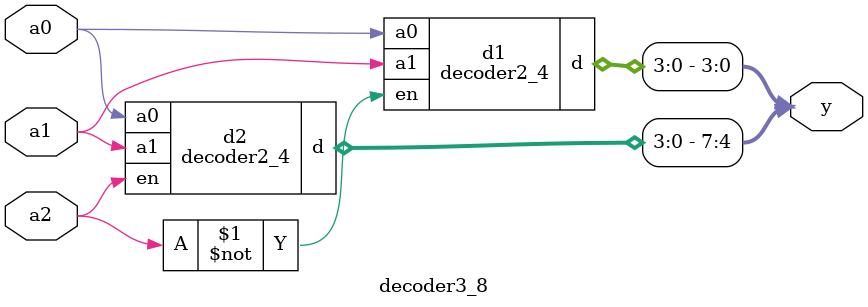
<source format=v>
module decoder2_4(input a0,input a1,input en,output reg [3:0]d);
always@(*)begin
if(en)
case({a1,a0})
2'b00:d=4'b0001;
2'b01:d=4'b0010;
2'b10:d=4'b0100;
2'b11:d=4'b1000;
default:d=4'b0000;
endcase
else
d = 4'b0000;
end
endmodule

module decoder3_8(input a0,a1,a2,output [7:0] y);
decoder2_4 d1(.a0(a0),.a1(a1),.en(~a2),.d(y[3:0]));
decoder2_4 d2(.a0(a0),.a1(a1),.en(a2),.d(y[7:4]));
endmodule

</source>
